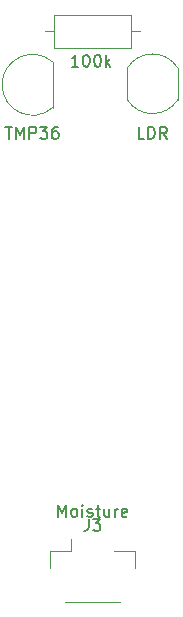
<source format=gbr>
%TF.GenerationSoftware,KiCad,Pcbnew,5.1.8-db9833491~87~ubuntu20.04.1*%
%TF.CreationDate,2020-11-15T22:53:27-05:00*%
%TF.ProjectId,shield,73686965-6c64-42e6-9b69-6361645f7063,rev?*%
%TF.SameCoordinates,Original*%
%TF.FileFunction,Legend,Top*%
%TF.FilePolarity,Positive*%
%FSLAX46Y46*%
G04 Gerber Fmt 4.6, Leading zero omitted, Abs format (unit mm)*
G04 Created by KiCad (PCBNEW 5.1.8-db9833491~87~ubuntu20.04.1) date 2020-11-15 22:53:27*
%MOMM*%
%LPD*%
G01*
G04 APERTURE LIST*
%ADD10C,0.150000*%
%ADD11C,0.120000*%
G04 APERTURE END LIST*
D10*
X136795238Y-119832380D02*
X136795238Y-118832380D01*
X137128571Y-119546666D01*
X137461904Y-118832380D01*
X137461904Y-119832380D01*
X138080952Y-119832380D02*
X137985714Y-119784761D01*
X137938095Y-119737142D01*
X137890476Y-119641904D01*
X137890476Y-119356190D01*
X137938095Y-119260952D01*
X137985714Y-119213333D01*
X138080952Y-119165714D01*
X138223809Y-119165714D01*
X138319047Y-119213333D01*
X138366666Y-119260952D01*
X138414285Y-119356190D01*
X138414285Y-119641904D01*
X138366666Y-119737142D01*
X138319047Y-119784761D01*
X138223809Y-119832380D01*
X138080952Y-119832380D01*
X138842857Y-119832380D02*
X138842857Y-119165714D01*
X138842857Y-118832380D02*
X138795238Y-118880000D01*
X138842857Y-118927619D01*
X138890476Y-118880000D01*
X138842857Y-118832380D01*
X138842857Y-118927619D01*
X139271428Y-119784761D02*
X139366666Y-119832380D01*
X139557142Y-119832380D01*
X139652380Y-119784761D01*
X139700000Y-119689523D01*
X139700000Y-119641904D01*
X139652380Y-119546666D01*
X139557142Y-119499047D01*
X139414285Y-119499047D01*
X139319047Y-119451428D01*
X139271428Y-119356190D01*
X139271428Y-119308571D01*
X139319047Y-119213333D01*
X139414285Y-119165714D01*
X139557142Y-119165714D01*
X139652380Y-119213333D01*
X139985714Y-119165714D02*
X140366666Y-119165714D01*
X140128571Y-118832380D02*
X140128571Y-119689523D01*
X140176190Y-119784761D01*
X140271428Y-119832380D01*
X140366666Y-119832380D01*
X141128571Y-119165714D02*
X141128571Y-119832380D01*
X140700000Y-119165714D02*
X140700000Y-119689523D01*
X140747619Y-119784761D01*
X140842857Y-119832380D01*
X140985714Y-119832380D01*
X141080952Y-119784761D01*
X141128571Y-119737142D01*
X141604761Y-119832380D02*
X141604761Y-119165714D01*
X141604761Y-119356190D02*
X141652380Y-119260952D01*
X141700000Y-119213333D01*
X141795238Y-119165714D01*
X141890476Y-119165714D01*
X142604761Y-119784761D02*
X142509523Y-119832380D01*
X142319047Y-119832380D01*
X142223809Y-119784761D01*
X142176190Y-119689523D01*
X142176190Y-119308571D01*
X142223809Y-119213333D01*
X142319047Y-119165714D01*
X142509523Y-119165714D01*
X142604761Y-119213333D01*
X142652380Y-119308571D01*
X142652380Y-119403809D01*
X142176190Y-119499047D01*
X138501571Y-81732380D02*
X137930142Y-81732380D01*
X138215857Y-81732380D02*
X138215857Y-80732380D01*
X138120619Y-80875238D01*
X138025380Y-80970476D01*
X137930142Y-81018095D01*
X139120619Y-80732380D02*
X139215857Y-80732380D01*
X139311095Y-80780000D01*
X139358714Y-80827619D01*
X139406333Y-80922857D01*
X139453952Y-81113333D01*
X139453952Y-81351428D01*
X139406333Y-81541904D01*
X139358714Y-81637142D01*
X139311095Y-81684761D01*
X139215857Y-81732380D01*
X139120619Y-81732380D01*
X139025380Y-81684761D01*
X138977761Y-81637142D01*
X138930142Y-81541904D01*
X138882523Y-81351428D01*
X138882523Y-81113333D01*
X138930142Y-80922857D01*
X138977761Y-80827619D01*
X139025380Y-80780000D01*
X139120619Y-80732380D01*
X140073000Y-80732380D02*
X140168238Y-80732380D01*
X140263476Y-80780000D01*
X140311095Y-80827619D01*
X140358714Y-80922857D01*
X140406333Y-81113333D01*
X140406333Y-81351428D01*
X140358714Y-81541904D01*
X140311095Y-81637142D01*
X140263476Y-81684761D01*
X140168238Y-81732380D01*
X140073000Y-81732380D01*
X139977761Y-81684761D01*
X139930142Y-81637142D01*
X139882523Y-81541904D01*
X139834904Y-81351428D01*
X139834904Y-81113333D01*
X139882523Y-80922857D01*
X139930142Y-80827619D01*
X139977761Y-80780000D01*
X140073000Y-80732380D01*
X140834904Y-81732380D02*
X140834904Y-80732380D01*
X140930142Y-81351428D02*
X141215857Y-81732380D01*
X141215857Y-81065714D02*
X140834904Y-81446666D01*
X144089523Y-87828380D02*
X143613333Y-87828380D01*
X143613333Y-86828380D01*
X144422857Y-87828380D02*
X144422857Y-86828380D01*
X144660952Y-86828380D01*
X144803809Y-86876000D01*
X144899047Y-86971238D01*
X144946666Y-87066476D01*
X144994285Y-87256952D01*
X144994285Y-87399809D01*
X144946666Y-87590285D01*
X144899047Y-87685523D01*
X144803809Y-87780761D01*
X144660952Y-87828380D01*
X144422857Y-87828380D01*
X145994285Y-87828380D02*
X145660952Y-87352190D01*
X145422857Y-87828380D02*
X145422857Y-86828380D01*
X145803809Y-86828380D01*
X145899047Y-86876000D01*
X145946666Y-86923619D01*
X145994285Y-87018857D01*
X145994285Y-87161714D01*
X145946666Y-87256952D01*
X145899047Y-87304571D01*
X145803809Y-87352190D01*
X145422857Y-87352190D01*
X132310476Y-86828380D02*
X132881904Y-86828380D01*
X132596190Y-87828380D02*
X132596190Y-86828380D01*
X133215238Y-87828380D02*
X133215238Y-86828380D01*
X133548571Y-87542666D01*
X133881904Y-86828380D01*
X133881904Y-87828380D01*
X134358095Y-87828380D02*
X134358095Y-86828380D01*
X134739047Y-86828380D01*
X134834285Y-86876000D01*
X134881904Y-86923619D01*
X134929523Y-87018857D01*
X134929523Y-87161714D01*
X134881904Y-87256952D01*
X134834285Y-87304571D01*
X134739047Y-87352190D01*
X134358095Y-87352190D01*
X135262857Y-86828380D02*
X135881904Y-86828380D01*
X135548571Y-87209333D01*
X135691428Y-87209333D01*
X135786666Y-87256952D01*
X135834285Y-87304571D01*
X135881904Y-87399809D01*
X135881904Y-87637904D01*
X135834285Y-87733142D01*
X135786666Y-87780761D01*
X135691428Y-87828380D01*
X135405714Y-87828380D01*
X135310476Y-87780761D01*
X135262857Y-87733142D01*
X136739047Y-86828380D02*
X136548571Y-86828380D01*
X136453333Y-86876000D01*
X136405714Y-86923619D01*
X136310476Y-87066476D01*
X136262857Y-87256952D01*
X136262857Y-87637904D01*
X136310476Y-87733142D01*
X136358095Y-87780761D01*
X136453333Y-87828380D01*
X136643809Y-87828380D01*
X136739047Y-87780761D01*
X136786666Y-87733142D01*
X136834285Y-87637904D01*
X136834285Y-87399809D01*
X136786666Y-87304571D01*
X136739047Y-87256952D01*
X136643809Y-87209333D01*
X136453333Y-87209333D01*
X136358095Y-87256952D01*
X136310476Y-87304571D01*
X136262857Y-87399809D01*
D11*
%TO.C,J3*%
X136090000Y-124200000D02*
X136090000Y-122750000D01*
X136090000Y-122750000D02*
X137890000Y-122750000D01*
X137890000Y-122750000D02*
X137890000Y-121760000D01*
X143310000Y-124200000D02*
X143310000Y-122750000D01*
X143310000Y-122750000D02*
X141510000Y-122750000D01*
X137360000Y-127020000D02*
X142040000Y-127020000D01*
%TO.C,R1*%
X146930000Y-81865000D02*
X146930000Y-84515000D01*
X142630000Y-81865000D02*
X142630000Y-84515000D01*
X142647856Y-84543027D02*
G75*
G03*
X146930000Y-84515000I2132144J1378027D01*
G01*
X146914388Y-81839524D02*
G75*
G03*
X142630000Y-81865000I-2134388J-1325476D01*
G01*
%TO.C,R2*%
X143740000Y-78740000D02*
X142970000Y-78740000D01*
X135660000Y-78740000D02*
X136430000Y-78740000D01*
X142970000Y-77370000D02*
X136430000Y-77370000D01*
X142970000Y-80110000D02*
X142970000Y-77370000D01*
X136430000Y-80110000D02*
X142970000Y-80110000D01*
X136430000Y-77370000D02*
X136430000Y-80110000D01*
%TO.C,U1*%
X136320000Y-85205000D02*
X136320000Y-81355000D01*
X136310122Y-81316389D02*
G75*
G03*
X136320000Y-85205000I-1690122J-1948611D01*
G01*
%TO.C,J3*%
D10*
X139366666Y-120012380D02*
X139366666Y-120726666D01*
X139319047Y-120869523D01*
X139223809Y-120964761D01*
X139080952Y-121012380D01*
X138985714Y-121012380D01*
X139747619Y-120012380D02*
X140366666Y-120012380D01*
X140033333Y-120393333D01*
X140176190Y-120393333D01*
X140271428Y-120440952D01*
X140319047Y-120488571D01*
X140366666Y-120583809D01*
X140366666Y-120821904D01*
X140319047Y-120917142D01*
X140271428Y-120964761D01*
X140176190Y-121012380D01*
X139890476Y-121012380D01*
X139795238Y-120964761D01*
X139747619Y-120917142D01*
%TD*%
M02*

</source>
